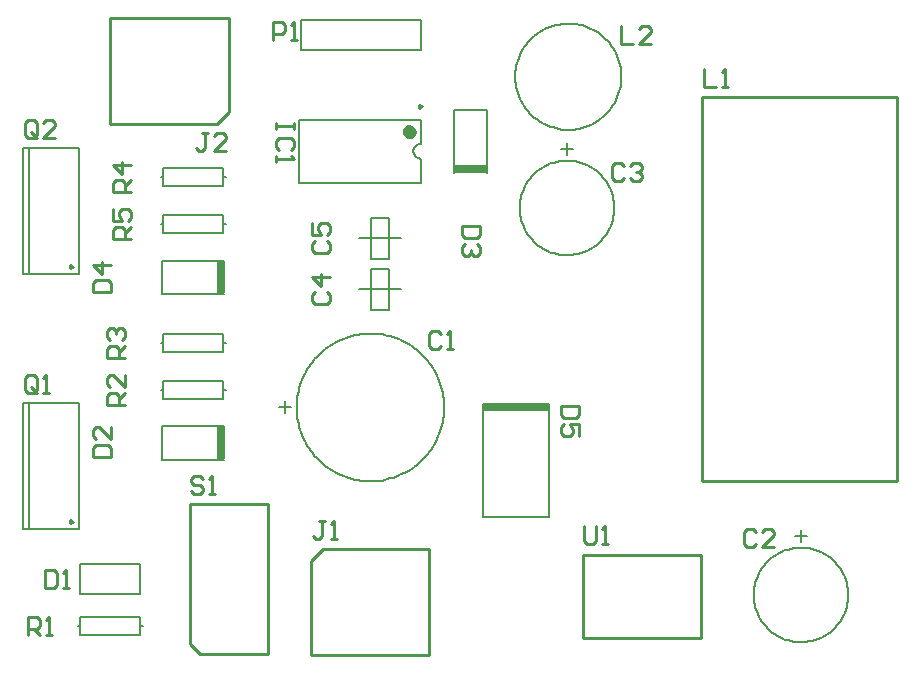
<source format=gto>
%FSTAX23Y23*%
%MOIN*%
%SFA1B1*%

%IPPOS*%
%ADD10C,0.009840*%
%ADD11C,0.007870*%
%ADD12C,0.023620*%
%ADD13C,0.010000*%
%ADD14C,0.008000*%
%ADD15R,0.220470X0.031500*%
%ADD16R,0.031500X0.110240*%
%ADD17R,0.110240X0.031500*%
%LNpcb1-1*%
%LPD*%
G54D10*
X00642Y01334D02*
X00634Y01339D01*
Y0133*
X00642Y01334*
Y00484D02*
X00634Y00489D01*
Y0048*
X00642Y00484*
X01806Y0187D02*
X01798Y01874D01*
Y01865*
X01806Y0187*
G54D11*
X02471Y01968D02*
X02471Y01978D01*
X0247Y01988*
X02469Y01998*
X02467Y02008*
X02464Y02017*
X02461Y02027*
X02458Y02036*
X02453Y02046*
X02449Y02054*
X02444Y02063*
X02438Y02071*
X02432Y02079*
X02425Y02087*
X02418Y02094*
X02411Y02101*
X02403Y02107*
X02395Y02113*
X02387Y02119*
X02378Y02124*
X02369Y02128*
X0236Y02132*
X02351Y02136*
X02341Y02139*
X02331Y02141*
X02322Y02143*
X02312Y02144*
X02302Y02145*
X02292Y02145*
X02282Y02145*
X02272Y02144*
X02262Y02142*
X02252Y0214*
X02242Y02137*
X02233Y02134*
X02223Y0213*
X02214Y02126*
X02205Y02121*
X02197Y02116*
X02189Y0211*
X02181Y02104*
X02173Y02098*
X02166Y02091*
X02159Y02083*
X02153Y02075*
X02147Y02067*
X02142Y02059*
X02137Y0205*
X02133Y02041*
X02129Y02032*
X02125Y02022*
X02123Y02013*
X0212Y02003*
X02119Y01993*
X02118Y01983*
X02117Y01973*
Y01963*
X02118Y01953*
X02119Y01943*
X0212Y01933*
X02123Y01923*
X02125Y01914*
X02129Y01904*
X02133Y01895*
X02137Y01886*
X02142Y01877*
X02147Y01869*
X02153Y01861*
X02159Y01853*
X02166Y01845*
X02173Y01838*
X02181Y01832*
X02189Y01826*
X02197Y0182*
X02205Y01815*
X02214Y0181*
X02223Y01806*
X02233Y01802*
X02242Y01799*
X02252Y01796*
X02262Y01794*
X02272Y01792*
X02282Y01791*
X02292Y01791*
X02302Y01791*
X02312Y01792*
X02322Y01793*
X02331Y01795*
X02341Y01797*
X02351Y018*
X0236Y01804*
X02369Y01808*
X02378Y01812*
X02387Y01817*
X02395Y01823*
X02403Y01829*
X02411Y01835*
X02418Y01842*
X02425Y01849*
X02432Y01857*
X02438Y01865*
X02444Y01873*
X02449Y01882*
X02453Y0189*
X02458Y019*
X02461Y01909*
X02464Y01919*
X02467Y01928*
X02469Y01938*
X0247Y01948*
X02471Y01958*
X02471Y01968*
X01802Y01745D02*
X01793Y01743D01*
X01785Y01737*
X01779Y01729*
X01777Y0172*
X01779Y0171*
X01785Y01702*
X01793Y01696*
X01802Y01695*
X02447Y01531D02*
X02447Y01541D01*
X02446Y01551*
X02444Y0156*
X02442Y0157*
X02439Y0158*
X02436Y01589*
X02432Y01598*
X02427Y01607*
X02422Y01616*
X02416Y01624*
X0241Y01632*
X02403Y01639*
X02396Y01646*
X02389Y01653*
X02381Y01659*
X02373Y01664*
X02364Y01669*
X02355Y01674*
X02346Y01678*
X02336Y01681*
X02327Y01684*
X02317Y01686*
X02307Y01687*
X02297Y01688*
X02287Y01688*
X02277Y01688*
X02267Y01686*
X02257Y01685*
X02248Y01682*
X02238Y01679*
X02229Y01676*
X0222Y01672*
X02211Y01667*
X02202Y01662*
X02194Y01656*
X02186Y0165*
X02179Y01643*
X02172Y01636*
X02166Y01628*
X0216Y0162*
X02154Y01612*
X0215Y01603*
X02145Y01594*
X02142Y01584*
X02138Y01575*
X02136Y01565*
X02134Y01555*
X02133Y01546*
X02132Y01536*
Y01526*
X02133Y01516*
X02134Y01506*
X02136Y01496*
X02138Y01486*
X02142Y01477*
X02145Y01467*
X0215Y01458*
X02154Y0145*
X0216Y01441*
X02166Y01433*
X02172Y01426*
X02179Y01418*
X02186Y01412*
X02194Y01405*
X02202Y01399*
X02211Y01394*
X0222Y0139*
X02229Y01385*
X02238Y01382*
X02248Y01379*
X02257Y01376*
X02267Y01375*
X02277Y01374*
X02287Y01373*
X02297Y01373*
X02307Y01374*
X02317Y01376*
X02327Y01378*
X02336Y0138*
X02346Y01383*
X02355Y01387*
X02364Y01392*
X02373Y01397*
X02381Y01402*
X02389Y01408*
X02396Y01415*
X02403Y01422*
X0241Y01429*
X02416Y01437*
X02422Y01445*
X02427Y01454*
X02432Y01463*
X02436Y01472*
X02439Y01481*
X02442Y01491*
X02444Y01501*
X02446Y01511*
X02447Y01521*
X02447Y01531*
X03227Y00241D02*
X03227Y00251D01*
X03226Y00261*
X03224Y0027*
X03222Y0028*
X03219Y0029*
X03216Y00299*
X03212Y00308*
X03207Y00317*
X03202Y00326*
X03196Y00334*
X0319Y00342*
X03183Y00349*
X03176Y00356*
X03169Y00363*
X03161Y00369*
X03153Y00374*
X03144Y00379*
X03135Y00384*
X03126Y00388*
X03116Y00391*
X03107Y00394*
X03097Y00396*
X03087Y00397*
X03077Y00398*
X03067Y00398*
X03057Y00398*
X03047Y00396*
X03037Y00395*
X03028Y00392*
X03018Y00389*
X03009Y00386*
X03Y00382*
X02991Y00377*
X02982Y00372*
X02974Y00366*
X02966Y0036*
X02959Y00353*
X02952Y00346*
X02946Y00338*
X0294Y0033*
X02934Y00322*
X0293Y00313*
X02925Y00304*
X02922Y00294*
X02918Y00285*
X02916Y00275*
X02914Y00265*
X02913Y00256*
X02912Y00246*
Y00236*
X02913Y00226*
X02914Y00216*
X02916Y00206*
X02918Y00196*
X02922Y00187*
X02925Y00177*
X0293Y00168*
X02934Y0016*
X0294Y00151*
X02946Y00143*
X02952Y00136*
X02959Y00128*
X02966Y00122*
X02974Y00115*
X02982Y00109*
X02991Y00104*
X03Y001*
X03009Y00095*
X03018Y00092*
X03028Y00089*
X03037Y00086*
X03047Y00085*
X03057Y00084*
X03067Y00083*
X03077Y00083*
X03087Y00084*
X03097Y00086*
X03107Y00088*
X03116Y0009*
X03126Y00093*
X03135Y00097*
X03144Y00102*
X03153Y00107*
X03161Y00112*
X03169Y00118*
X03176Y00125*
X03183Y00132*
X0319Y00139*
X03196Y00147*
X03202Y00155*
X03207Y00164*
X03212Y00173*
X03216Y00182*
X03219Y00191*
X03222Y00201*
X03224Y00211*
X03226Y00221*
X03227Y00231*
X03227Y00241*
X01881Y00866D02*
X0188Y00876D01*
X0188Y00886*
X01879Y00895*
X01877Y00905*
X01876Y00915*
X01873Y00925*
X01871Y00935*
X01868Y00944*
X01864Y00953*
X01861Y00963*
X01857Y00972*
X01852Y00981*
X01847Y00989*
X01842Y00998*
X01837Y01006*
X01831Y01014*
X01825Y01022*
X01818Y0103*
X01811Y01037*
X01804Y01044*
X01797Y01051*
X01789Y01057*
X01781Y01063*
X01773Y01069*
X01765Y01074*
X01756Y0108*
X01747Y01084*
X01738Y01089*
X01729Y01093*
X0172Y01096*
X01711Y011*
X01701Y01103*
X01691Y01105*
X01682Y01107*
X01672Y01109*
X01662Y0111*
X01652Y01111*
X01642Y01112*
X01632Y01112*
X01622Y01111*
X01612Y01111*
X01602Y0111*
X01592Y01108*
X01583Y01106*
X01573Y01104*
X01563Y01101*
X01554Y01098*
X01545Y01095*
X01535Y01091*
X01526Y01087*
X01517Y01082*
X01509Y01077*
X015Y01072*
X01492Y01066*
X01484Y0106*
X01476Y01054*
X01469Y01047*
X01462Y01041*
X01455Y01033*
X01448Y01026*
X01442Y01018*
X01436Y0101*
X0143Y01002*
X01424Y00994*
X01419Y00985*
X01415Y00976*
X01411Y00967*
X01407Y00958*
X01403Y00949*
X014Y00939*
X01397Y0093*
X01395Y0092*
X01393Y0091*
X01391Y009*
X0139Y00891*
X01389Y00881*
X01389Y00871*
Y00861*
X01389Y00851*
X0139Y00841*
X01391Y00831*
X01393Y00821*
X01395Y00811*
X01397Y00802*
X014Y00792*
X01403Y00783*
X01407Y00773*
X01411Y00764*
X01415Y00755*
X01419Y00746*
X01424Y00738*
X0143Y00729*
X01436Y00721*
X01442Y00713*
X01448Y00705*
X01455Y00698*
X01462Y00691*
X01469Y00684*
X01476Y00677*
X01484Y00671*
X01492Y00665*
X015Y0066*
X01509Y00654*
X01517Y00649*
X01526Y00645*
X01535Y00641*
X01545Y00637*
X01554Y00633*
X01563Y0063*
X01573Y00627*
X01583Y00625*
X01592Y00623*
X01602Y00622*
X01612Y00621*
X01622Y0062*
X01632Y0062*
X01642Y0062*
X01652Y0062*
X01662Y00621*
X01672Y00622*
X01682Y00624*
X01691Y00626*
X01701Y00629*
X01711Y00632*
X0172Y00635*
X01729Y00639*
X01738Y00643*
X01747Y00647*
X01756Y00652*
X01765Y00657*
X01773Y00662*
X01781Y00668*
X01789Y00674*
X01797Y00681*
X01804Y00687*
X01811Y00694*
X01818Y00702*
X01825Y00709*
X01831Y00717*
X01837Y00725*
X01842Y00733*
X01847Y00742*
X01852Y00751*
X01857Y0076*
X01861Y00769*
X01864Y00778*
X01868Y00787*
X01871Y00797*
X01873Y00806*
X01876Y00816*
X01877Y00826*
X01879Y00836*
X0188Y00846*
X0188Y00856*
X01881Y00866*
X00944Y01446D02*
Y01476D01*
Y01446D02*
X01144D01*
Y01506*
X00944D02*
X01144D01*
X00944Y01476D02*
Y01506D01*
X01144Y01476D02*
X01153D01*
X00935D02*
X00944D01*
Y01603D02*
Y01633D01*
Y01603D02*
X01144D01*
Y01663*
X00944D02*
X01144D01*
X00944Y01633D02*
Y01663D01*
X01144Y01633D02*
X01153D01*
X00935D02*
X00944D01*
Y01052D02*
Y01082D01*
Y01052D02*
X01144D01*
Y01112*
X00944D02*
X01144D01*
X00944Y01082D02*
Y01112D01*
X01144Y01082D02*
X01153D01*
X00935D02*
X00944D01*
Y00895D02*
Y00925D01*
Y00895D02*
X01144D01*
Y00955*
X00944D02*
X01144D01*
X00944Y00925D02*
Y00955D01*
X01144Y00925D02*
X01153D01*
X00935D02*
X00944D01*
X00868Y00137D02*
Y00167D01*
X00668D02*
X00868D01*
X00668Y00107D02*
Y00167D01*
Y00107D02*
X00868D01*
Y00137*
X00659D02*
X00668D01*
X00868D02*
X00877D01*
X00477Y0173D02*
X00662D01*
X00477Y01309D02*
X00662D01*
Y0173*
X00477Y01309D02*
Y0173D01*
X00497Y01309D02*
Y0173D01*
X00477Y0088D02*
X00662D01*
X00477Y00459D02*
X00662D01*
Y0088*
X00477Y00459D02*
Y0088D01*
X00497Y00459D02*
Y0088D01*
X01397Y01824D02*
X01802D01*
X01397Y01615D02*
X01802D01*
Y01745D02*
Y01824D01*
Y01615D02*
Y01695D01*
X01397Y01615D02*
Y01824D01*
X02009Y00501D02*
X0223D01*
X02009D02*
Y00878D01*
X0223Y00501D02*
Y00878D01*
X0094Y01244D02*
Y01354D01*
X01148*
X0094Y01244D02*
X01148D01*
X01914Y01856D02*
X02024D01*
Y01647D02*
Y01856D01*
X01914Y01647D02*
Y01856D01*
X0094Y00692D02*
Y00803D01*
X01148*
X0094Y00692D02*
X01148D01*
X00668Y00345D02*
X00868D01*
X00668Y00245D02*
Y00345D01*
Y00245D02*
X00868D01*
Y00345*
X01597Y0143D02*
X01698D01*
X01637D02*
X01738D01*
X01698Y01361D02*
Y0143D01*
X01637Y01361D02*
X01698D01*
X01637D02*
Y01498D01*
X01698*
Y0143D02*
Y01498D01*
X01597Y0126D02*
X01698D01*
X01637D02*
X01738D01*
X01698Y01191D02*
Y0126D01*
X01637Y01191D02*
X01698D01*
X01637D02*
Y01328D01*
X01698*
Y0126D02*
Y01328D01*
X02269Y01727D02*
X02309D01*
X0229Y01707D02*
Y01747D01*
X0307Y00417D02*
Y00457D01*
X03049Y00437D02*
X03089D01*
X0133Y00866D02*
X0137D01*
X01349Y00846D02*
Y00886D01*
G54D12*
X01775Y01784D02*
X0177Y01794D01*
X0176Y01796*
X01752Y0179*
Y01779*
X0176Y01773*
X0177Y01775*
X01775Y01784*
G54D13*
X02343Y00374D02*
X02737D01*
Y00098D02*
Y00374D01*
X02343Y00098D02*
X02737D01*
X02343D02*
Y00374D01*
X01292Y00043D02*
Y00543D01*
X01032D02*
X01292D01*
X01032Y00078D02*
Y00543D01*
X01068Y00043D02*
X01292D01*
X01032Y00078D02*
X01068Y00043D01*
X0274Y0062D02*
Y01899D01*
X0339Y0062D02*
Y01899D01*
X0274D02*
X0339D01*
X0274Y0062D02*
X0339D01*
X00768Y01811D02*
Y02165D01*
X01162*
X00768Y01811D02*
X01123D01*
X01162Y0185*
Y02165*
X01831Y00039D02*
Y00393D01*
X01438Y00039D02*
X01831D01*
X01477Y00393D02*
X01831D01*
X01438Y00354D02*
X01477Y00393D01*
X01438Y00039D02*
Y00354D01*
X02329Y00869D02*
X0227D01*
Y00839*
X0228Y0083*
X02319*
X02329Y00839*
Y00869*
Y0077D02*
Y0081D01*
X023*
X0231Y0079*
Y0078*
X023Y0077*
X0228*
X0227Y0078*
Y008*
X0228Y0081*
X01077Y00627D02*
X01067Y00637D01*
X01047*
X01037Y00627*
Y00617*
X01047Y00607*
X01067*
X01077Y00597*
Y00587*
X01067Y00577*
X01047*
X01037Y00587*
X01097Y00577D02*
X01117D01*
X01107*
Y00637*
X01097Y00627*
X01093Y01781D02*
X01073D01*
X01083*
Y01731*
X01073Y01721*
X01063*
X01053Y01731*
X01153Y01721D02*
X01113D01*
X01153Y01761*
Y01771*
X01143Y01781*
X01123*
X01113Y01771*
X02348Y00469D02*
Y00419D01*
X02358Y00409*
X02378*
X02388Y00419*
Y00469*
X02408Y00409D02*
X02428D01*
X02418*
Y00469*
X02408Y00459*
X00838Y01426D02*
X00778D01*
Y01456*
X00788Y01466*
X00808*
X00818Y01456*
Y01426*
Y01446D02*
X00838Y01466D01*
X00778Y01526D02*
Y01486D01*
X00808*
X00798Y01506*
Y01516*
X00808Y01526*
X00828*
X00838Y01516*
Y01496*
X00828Y01486*
X00838Y01583D02*
X00778D01*
Y01613*
X00788Y01623*
X00808*
X00818Y01613*
Y01583*
Y01603D02*
X00838Y01623D01*
Y01673D02*
X00778D01*
X00808Y01643*
Y01683*
X00818Y01032D02*
X00758D01*
Y01062*
X00768Y01072*
X00788*
X00798Y01062*
Y01032*
Y01052D02*
X00818Y01072D01*
X00768Y01092D02*
X00758Y01102D01*
Y01122*
X00768Y01132*
X00778*
X00788Y01122*
Y01112*
Y01122*
X00798Y01132*
X00808*
X00818Y01122*
Y01102*
X00808Y01092*
X00818Y00875D02*
X00758D01*
Y00905*
X00768Y00915*
X00788*
X00798Y00905*
Y00875*
Y00895D02*
X00818Y00915D01*
Y00975D02*
Y00935D01*
X00778Y00975*
X00768*
X00758Y00965*
Y00945*
X00768Y00935*
X00492Y00107D02*
Y00167D01*
X00522*
X00532Y00157*
Y00137*
X00522Y00127*
X00492*
X00512D02*
X00532Y00107D01*
X00552D02*
X00572D01*
X00562*
Y00167*
X00552Y00157*
X00523Y01774D02*
Y01814D01*
X00513Y01824*
X00493*
X00483Y01814*
Y01774*
X00493Y01764*
X00513*
X00503Y01784D02*
X00523Y01764D01*
X00513D02*
X00523Y01774D01*
X00583Y01764D02*
X00543D01*
X00583Y01804*
Y01814*
X00573Y01824*
X00553*
X00543Y01814*
X00523Y00925D02*
Y00964D01*
X00513Y00974*
X00493*
X00483Y00964*
Y00925*
X00493Y00915*
X00513*
X00503Y00935D02*
X00523Y00915D01*
X00513D02*
X00523Y00925D01*
X00543Y00915D02*
X00563D01*
X00553*
Y00974*
X00543Y00964*
X0131Y0209D02*
Y02149D01*
X0134*
X0135Y02139*
Y0212*
X0134Y0211*
X0131*
X01369Y0209D02*
X01389D01*
X01379*
Y02149*
X01369Y02139*
X0247Y02136D02*
Y02076D01*
X0251*
X0257D02*
X0253D01*
X0257Y02116*
Y02126*
X0256Y02136*
X0254*
X0253Y02126*
X02745Y01995D02*
Y01935D01*
X02785*
X02805D02*
X02825D01*
X02815*
Y01995*
X02805Y01985*
X01483Y00488D02*
X01463D01*
X01473*
Y00438*
X01463Y00428*
X01453*
X01443Y00438*
X01503Y00428D02*
X01523D01*
X01513*
Y00488*
X01503Y00478*
X01379Y01814D02*
Y01794D01*
Y01804*
X0132*
Y01814*
Y01794*
X01369Y01725D02*
X01379Y01735D01*
Y01755*
X01369Y01764*
X0133*
X0132Y01755*
Y01735*
X0133Y01725*
X0132Y01705D02*
Y01685D01*
Y01695*
X01379*
X01369Y01705*
X0071Y0125D02*
X00769D01*
Y0128*
X00759Y0129*
X0072*
X0071Y0128*
Y0125*
X00769Y01339D02*
X0071D01*
X0074Y0131*
Y01349*
X01999Y01469D02*
X0194D01*
Y01439*
X0195Y0143*
X01989*
X01999Y01439*
Y01469*
X01989Y0141D02*
X01999Y014D01*
Y0138*
X01989Y0137*
X0198*
X0197Y0138*
Y0139*
Y0138*
X0196Y0137*
X0195*
X0194Y0138*
Y014*
X0195Y0141*
X0071Y007D02*
X00769D01*
Y0073*
X00759Y0074*
X0072*
X0071Y0073*
Y007*
X00769Y00799D02*
Y0076D01*
X0073Y00799*
X0072*
X0071Y00789*
Y00769*
X0072Y0076*
X00551Y00325D02*
Y00265D01*
X00581*
X00591Y00275*
Y00315*
X00581Y00325*
X00551*
X00611Y00265D02*
X00631D01*
X00621*
Y00325*
X00611Y00315*
X01451Y0142D02*
X01441Y0141D01*
Y0139*
X01451Y0138*
X01491*
X01501Y0139*
Y0141*
X01491Y0142*
X01441Y01479D02*
Y0144D01*
X01471*
X01461Y01459*
Y01469*
X01471Y01479*
X01491*
X01501Y01469*
Y01449*
X01491Y0144*
X01451Y0125D02*
X01441Y0124D01*
Y0122*
X01451Y0121*
X01491*
X01501Y0122*
Y0124*
X01491Y0125*
X01501Y01299D02*
X01441D01*
X01471Y0127*
Y01309*
X0248Y01669D02*
X0247Y01679D01*
X0245*
X0244Y01669*
Y0163*
X0245Y0162*
X0247*
X0248Y0163*
X025Y01669D02*
X02509Y01679D01*
X02529*
X02539Y01669*
Y0166*
X02529Y0165*
X02519*
X02529*
X02539Y0164*
Y0163*
X02529Y0162*
X02509*
X025Y0163*
X0292Y00449D02*
X0291Y00459D01*
X0289*
X0288Y00449*
Y0041*
X0289Y004*
X0291*
X0292Y0041*
X02979Y004D02*
X0294D01*
X02979Y0044*
Y00449*
X02969Y00459*
X02949*
X0294Y00449*
X0187Y01109D02*
X0186Y01119D01*
X0184*
X0183Y01109*
Y0107*
X0184Y0106*
X0186*
X0187Y0107*
X01889Y0106D02*
X01909D01*
X01899*
Y01119*
X01889Y01109*
G54D14*
X01404Y02156D02*
X01804D01*
X01404Y02056D02*
Y02156D01*
X01804Y02056D02*
Y02156D01*
X01404Y02056D02*
X01804D01*
G54D15*
X0212Y00867D03*
G54D16*
X01137Y01299D03*
Y00748D03*
G54D17*
X01969Y01659D03*
M02*
</source>
